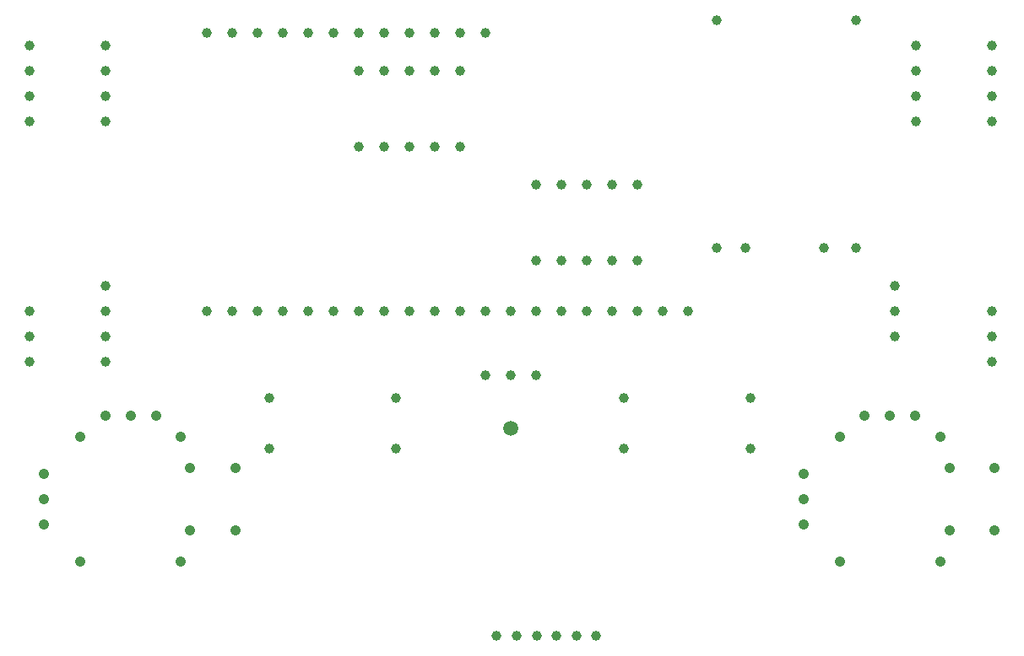
<source format=gbr>
%TF.GenerationSoftware,KiCad,Pcbnew,9.0.0*%
%TF.CreationDate,2025-03-27T03:01:05-07:00*%
%TF.ProjectId,remote_v3,72656d6f-7465-45f7-9633-2e6b69636164,v0.6*%
%TF.SameCoordinates,Original*%
%TF.FileFunction,Plated,1,2,PTH,Drill*%
%TF.FilePolarity,Positive*%
%FSLAX46Y46*%
G04 Gerber Fmt 4.6, Leading zero omitted, Abs format (unit mm)*
G04 Created by KiCad (PCBNEW 9.0.0) date 2025-03-27 03:01:05*
%MOMM*%
%LPD*%
G01*
G04 APERTURE LIST*
%TA.AperFunction,ComponentDrill*%
%ADD10C,1.000000*%
%TD*%
%TA.AperFunction,ComponentDrill*%
%ADD11C,1.050000*%
%TD*%
%TA.AperFunction,ComponentDrill*%
%ADD12C,1.500000*%
%TD*%
G04 APERTURE END LIST*
D10*
%TO.C,RGB_LED3*%
X99060000Y-74930000D03*
X99060000Y-77470000D03*
X99060000Y-80010000D03*
X99060000Y-82550000D03*
%TO.C,UWB_SELECTOR1*%
X99060000Y-101600000D03*
X99060000Y-104140000D03*
X99060000Y-106680000D03*
%TO.C,RGB_LED4*%
X106680000Y-74930000D03*
X106680000Y-77470000D03*
X106680000Y-80010000D03*
X106680000Y-82550000D03*
%TO.C,RGB_LED2*%
X106680000Y-99060000D03*
X106680000Y-101600000D03*
X106680000Y-104140000D03*
X106680000Y-106680000D03*
%TO.C,ESP32_UWB1*%
X116840000Y-73660000D03*
X116840000Y-101600000D03*
X119380000Y-73660000D03*
X119380000Y-101600000D03*
X121920000Y-73660000D03*
X121920000Y-101600000D03*
%TO.C,BUTTON2*%
X123160000Y-110260058D03*
X123160000Y-115340058D03*
%TO.C,ESP32_UWB1*%
X124460000Y-73660000D03*
X124460000Y-101600000D03*
X127000000Y-73660000D03*
X127000000Y-101600000D03*
X129540000Y-73660000D03*
X129540000Y-101600000D03*
X132080000Y-73660000D03*
%TO.C,R1*%
X132080000Y-77470000D03*
X132080000Y-85090000D03*
%TO.C,ESP32_UWB1*%
X132080000Y-101600000D03*
X134620000Y-73660000D03*
%TO.C,R2*%
X134620000Y-77470000D03*
X134620000Y-85090000D03*
%TO.C,ESP32_UWB1*%
X134620000Y-101600000D03*
%TO.C,BUTTON2*%
X135860000Y-110260058D03*
X135860000Y-115340058D03*
%TO.C,ESP32_UWB1*%
X137160000Y-73660000D03*
%TO.C,R3*%
X137160000Y-77470000D03*
X137160000Y-85090000D03*
%TO.C,ESP32_UWB1*%
X137160000Y-101600000D03*
X139700000Y-73660000D03*
%TO.C,R4*%
X139700000Y-77470000D03*
X139700000Y-85090000D03*
%TO.C,ESP32_UWB1*%
X139700000Y-101600000D03*
X142240000Y-73660000D03*
%TO.C,R5*%
X142240000Y-77470000D03*
X142240000Y-85090000D03*
%TO.C,ESP32_UWB1*%
X142240000Y-101600000D03*
X144780000Y-73660000D03*
X144780000Y-101600000D03*
%TO.C,LOCK_SWITCH1*%
X144780000Y-107969000D03*
%TO.C,MINI_THUMBSTICK1*%
X145920000Y-134120000D03*
%TO.C,ESP32_UWB1*%
X147320000Y-101600000D03*
%TO.C,LOCK_SWITCH1*%
X147320000Y-107969000D03*
%TO.C,MINI_THUMBSTICK1*%
X147920000Y-134120000D03*
%TO.C,R6*%
X149860000Y-88900000D03*
X149860000Y-96520000D03*
%TO.C,ESP32_UWB1*%
X149860000Y-101600000D03*
%TO.C,LOCK_SWITCH1*%
X149860000Y-107969000D03*
%TO.C,MINI_THUMBSTICK1*%
X149920000Y-134120000D03*
X151920000Y-134120000D03*
%TO.C,R7*%
X152400000Y-88900000D03*
X152400000Y-96520000D03*
%TO.C,ESP32_UWB1*%
X152400000Y-101600000D03*
%TO.C,MINI_THUMBSTICK1*%
X153920000Y-134120000D03*
%TO.C,R8*%
X154940000Y-88900000D03*
X154940000Y-96520000D03*
%TO.C,ESP32_UWB1*%
X154940000Y-101600000D03*
%TO.C,MINI_THUMBSTICK1*%
X155920000Y-134120000D03*
%TO.C,R9*%
X157480000Y-88900000D03*
X157480000Y-96520000D03*
%TO.C,ESP32_UWB1*%
X157480000Y-101600000D03*
%TO.C,BUTTON1*%
X158720000Y-110260058D03*
X158720000Y-115340058D03*
%TO.C,R10*%
X160020000Y-88900000D03*
X160020000Y-96520000D03*
%TO.C,ESP32_UWB1*%
X160020000Y-101600000D03*
X162560000Y-101600000D03*
X165100000Y-101600000D03*
%TO.C,3.7V_BATTERY_CHARGER1*%
X167995000Y-72390000D03*
X167995000Y-95250000D03*
X170895000Y-95250000D03*
%TO.C,BUTTON1*%
X171420000Y-110260058D03*
X171420000Y-115340058D03*
%TO.C,3.7V_BATTERY_CHARGER1*%
X178765000Y-95250000D03*
X181965000Y-72390000D03*
X181965000Y-95250000D03*
%TO.C,5V_DC_DC_Converter1*%
X185860000Y-99060000D03*
X185860000Y-101600000D03*
X185860000Y-104140000D03*
%TO.C,RGB_LED1*%
X187960000Y-74930000D03*
X187960000Y-77470000D03*
X187960000Y-80010000D03*
X187960000Y-82550000D03*
%TO.C,RGB_LED5*%
X195580000Y-74930000D03*
X195580000Y-77470000D03*
X195580000Y-80010000D03*
X195580000Y-82550000D03*
%TO.C,ON_OFF_SWITCH1*%
X195580000Y-101600000D03*
X195580000Y-104140000D03*
X195580000Y-106680000D03*
D11*
%TO.C,THUMBSTICK2*%
X100520000Y-117880058D03*
X100520000Y-120420058D03*
X100520000Y-122960058D03*
X104170000Y-114170058D03*
X104170000Y-126670058D03*
X106680000Y-112020058D03*
X109220000Y-112020058D03*
X111760000Y-112020058D03*
X114270000Y-114170058D03*
X114270000Y-126670058D03*
X115170000Y-117270058D03*
X115170000Y-123570058D03*
X119720000Y-117270058D03*
X119720000Y-123570058D03*
%TO.C,THUMBSTICK1*%
X176690000Y-117880058D03*
X176690000Y-120420058D03*
X176690000Y-122960058D03*
X180340000Y-114170058D03*
X180340000Y-126670058D03*
X182850000Y-112020058D03*
X185390000Y-112020058D03*
X187930000Y-112020058D03*
X190440000Y-114170058D03*
X190440000Y-126670058D03*
X191340000Y-117270058D03*
X191340000Y-123570058D03*
X195890000Y-117270058D03*
X195890000Y-123570058D03*
D12*
%TO.C,MINI_THUMBSTICK1*%
X147320000Y-113320000D03*
M02*

</source>
